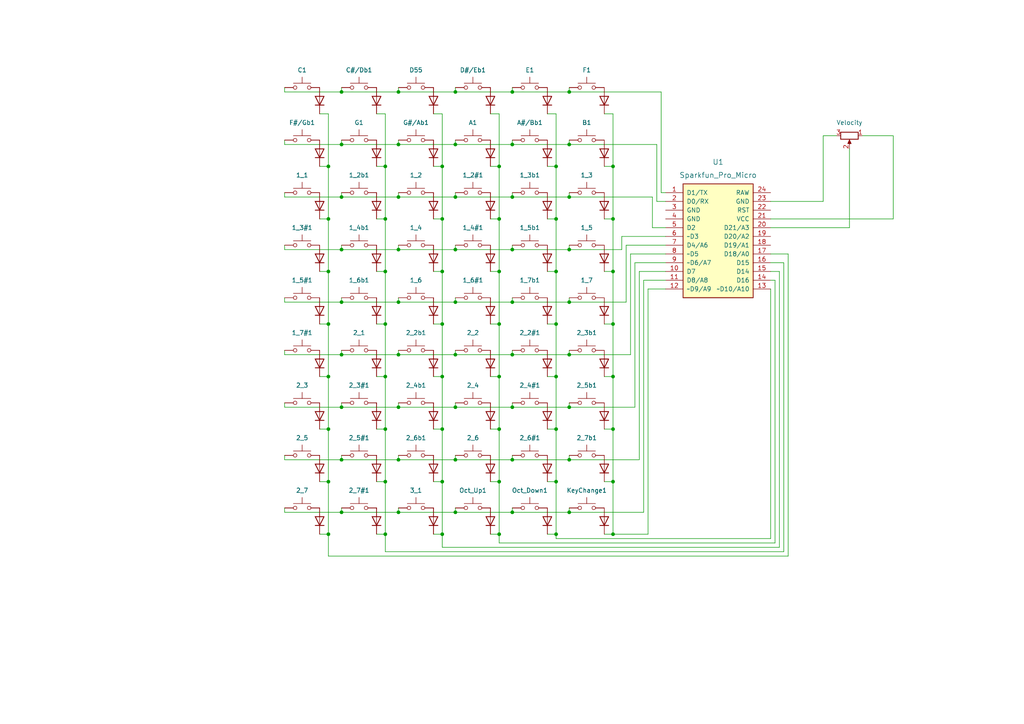
<source format=kicad_sch>
(kicad_sch (version 20211123) (generator eeschema)
  (paper "A4")
  (title_block (title "MIDI_Keyboard"))
  (lib_symbols
    (symbol "Arduino:Sparkfun_Pro_Micro" (pin_names (offset 1.016))
      (property "Reference" "U" (at -8.89 21.59 0))
      (property "Value" "Sparkfun_Pro_Micro" (at 0 19.05 0))
      (symbol "Sparkfun_Pro_Micro_0_1"
        (rectangle (start -10.16 17.78) (end 10.16 -15.24) (stroke (width 0.254)) (fill (type background)))
      )
      (symbol "Sparkfun_Pro_Micro_1_1"
        (pin bidirectional line (at -15.24 15.24 0) (length 5.08) (name "D1/TX") (number "1"))
        (pin bidirectional line (at -15.24 -7.62 0) (length 5.08) (name "D7") (number "10"))
        (pin bidirectional line (at -15.24 -10.16 0) (length 5.08) (name "D8/A8") (number "11"))
        (pin bidirectional line (at -15.24 -12.7 0) (length 5.08) (name "~D9/A9") (number "12"))
        (pin bidirectional line (at 15.24 -12.7 180) (length 5.08) (name "~D10/A10") (number "13"))
        (pin bidirectional line (at 15.24 -10.16 180) (length 5.08) (name "D16") (number "14"))
        (pin bidirectional line (at 15.24 -7.62 180) (length 5.08) (name "D14") (number "15"))
        (pin bidirectional line (at 15.24 -5.08 180) (length 5.08) (name "D15") (number "16"))
        (pin bidirectional line (at 15.24 -2.54 180) (length 5.08) (name "D18/A0") (number "17"))
        (pin bidirectional line (at 15.24 0 180) (length 5.08) (name "D19/A1") (number "18"))
        (pin bidirectional line (at 15.24 2.54 180) (length 5.08) (name "D20/A2") (number "19"))
        (pin bidirectional line (at -15.24 12.7 0) (length 5.08) (name "D0/RX") (number "2"))
        (pin bidirectional line (at 15.24 5.08 180) (length 5.08) (name "D21/A3") (number "20"))
        (pin power_in line (at 15.24 7.62 180) (length 5.08) (name "VCC") (number "21"))
        (pin input line (at 15.24 10.16 180) (length 5.08) (name "RST") (number "22"))
        (pin power_in line (at 15.24 12.7 180) (length 5.08) (name "GND") (number "23"))
        (pin power_in line (at 15.24 15.24 180) (length 5.08) (name "RAW") (number "24"))
        (pin power_in line (at -15.24 10.16 0) (length 5.08) (name "GND") (number "3"))
        (pin power_in line (at -15.24 7.62 0) (length 5.08) (name "GND") (number "4"))
        (pin bidirectional line (at -15.24 5.08 0) (length 5.08) (name "D2") (number "5"))
        (pin bidirectional line (at -15.24 2.54 0) (length 5.08) (name "~D3") (number "6"))
        (pin bidirectional line (at -15.24 0 0) (length 5.08) (name "D4/A6") (number "7"))
        (pin bidirectional line (at -15.24 -2.54 0) (length 5.08) (name "~D5") (number "8"))
        (pin bidirectional line (at -15.24 -5.08 0) (length 5.08) (name "~D6/A7") (number "9"))
      )
    )
    (symbol "Device:R_Potentiometer" (pin_names (offset 1.016) hide)
      (property "Reference" "RV" (at -4.445 0 90))
      (property "Value" "R_Potentiometer" (at -2.54 0 90))
      (symbol "R_Potentiometer_0_1"
        (polyline (pts (xy 2.54 0) (xy 1.524 0)))
        (polyline (pts (xy 1.143 0) (xy 2.286 0.508) (xy 2.286 -0.508) (xy 1.143 0)) (fill (type outline)))
        (rectangle (start 1.016 2.54) (end -1.016 -2.54) (stroke (width 0.254)))
      )
      (symbol "R_Potentiometer_1_1"
        (pin passive line (at 0 3.81 270) (length 1.27) (name "1") (number "1"))
        (pin passive line (at 3.81 0 180) (length 1.27) (name "2") (number "2"))
        (pin passive line (at 0 -3.81 90) (length 1.27) (name "3") (number "3"))
      )
    )
    (symbol "Diode:1N4148" (pin_numbers hide) (pin_names hide)
      (property "Reference" "D" (at 0 2.54 0))
      (property "Value" "1N4148" (at 0 -2.54 0))
      (symbol "1N4148_0_1"
        (polyline (pts (xy -1.27 1.27) (xy -1.27 -1.27)) (stroke (width 0.254)))
        (polyline (pts (xy 1.27 0) (xy -1.27 0)))
        (polyline (pts (xy 1.27 1.27) (xy 1.27 -1.27) (xy -1.27 0) (xy 1.27 1.27)) (stroke (width 0.254)))
      )
      (symbol "1N4148_1_1"
        (pin passive line (at -3.81 0 0) (length 2.54) (name "K") (number "1"))
        (pin passive line (at 3.81 0 180) (length 2.54) (name "A") (number "2"))
      )
    )
    (symbol "Switch:SW_Push" (pin_numbers hide) (pin_names (offset 1.016) hide)
      (property "Reference" "SW" (at 1.27 2.54 0))
      (property "Value" "SW_Push" (at 0 -1.524 0))
      (symbol "SW_Push_0_1"
        (circle (center -2.032 0) (radius 0.508))
        (polyline (pts (xy 0 1.27) (xy 0 3.048)))
        (polyline (pts (xy 2.54 1.27) (xy -2.54 1.27)))
        (circle (center 2.032 0) (radius 0.508))
        (pin passive line (at -5.08 0 0) (length 2.54) (name "1") (number "1"))
        (pin passive line (at 5.08 0 180) (length 2.54) (name "2") (number "2"))
      )
    )
  )
  (junction (at 177.8 139.7))
  (junction (at 111.76 124.46))
  (junction (at 161.29 78.74))
  (junction (at 115.57 133.35))
  (junction (at 128.27 109.22))
  (junction (at 128.27 124.46))
  (junction (at 115.57 57.15))
  (junction (at 161.29 93.98))
  (junction (at 95.25 78.74))
  (junction (at 165.1 26.67))
  (junction (at 115.57 41.91))
  (junction (at 99.06 102.87))
  (junction (at 144.78 48.26))
  (junction (at 132.08 133.35))
  (junction (at 177.8 78.74))
  (junction (at 111.76 48.26))
  (junction (at 148.59 26.67))
  (junction (at 128.27 154.94))
  (junction (at 95.25 154.94))
  (junction (at 111.76 93.98))
  (junction (at 99.06 148.59))
  (junction (at 165.1 118.11))
  (junction (at 111.76 154.94))
  (junction (at 115.57 26.67))
  (junction (at 115.57 118.11))
  (junction (at 161.29 139.7))
  (junction (at 177.8 124.46))
  (junction (at 165.1 87.63))
  (junction (at 177.8 48.26))
  (junction (at 165.1 133.35))
  (junction (at 161.29 154.94))
  (junction (at 128.27 48.26))
  (junction (at 95.25 109.22))
  (junction (at 148.59 102.87))
  (junction (at 99.06 118.11))
  (junction (at 132.08 148.59))
  (junction (at 115.57 72.39))
  (junction (at 95.25 139.7))
  (junction (at 148.59 148.59))
  (junction (at 132.08 118.11))
  (junction (at 128.27 63.5))
  (junction (at 95.25 93.98))
  (junction (at 161.29 48.26))
  (junction (at 177.8 154.94))
  (junction (at 95.25 124.46))
  (junction (at 99.06 41.91))
  (junction (at 111.76 78.74))
  (junction (at 99.06 133.35))
  (junction (at 161.29 124.46))
  (junction (at 99.06 26.67))
  (junction (at 177.8 93.98))
  (junction (at 148.59 87.63))
  (junction (at 99.06 57.15))
  (junction (at 144.78 124.46))
  (junction (at 165.1 72.39))
  (junction (at 165.1 41.91))
  (junction (at 161.29 109.22))
  (junction (at 111.76 63.5))
  (junction (at 144.78 109.22))
  (junction (at 144.78 154.94))
  (junction (at 144.78 139.7))
  (junction (at 111.76 139.7))
  (junction (at 128.27 78.74))
  (junction (at 161.29 63.5))
  (junction (at 99.06 72.39))
  (junction (at 144.78 93.98))
  (junction (at 148.59 41.91))
  (junction (at 132.08 41.91))
  (junction (at 95.25 63.5))
  (junction (at 148.59 72.39))
  (junction (at 132.08 87.63))
  (junction (at 148.59 57.15))
  (junction (at 148.59 133.35))
  (junction (at 115.57 148.59))
  (junction (at 177.8 109.22))
  (junction (at 99.06 87.63))
  (junction (at 132.08 26.67))
  (junction (at 148.59 118.11))
  (junction (at 144.78 78.74))
  (junction (at 132.08 72.39))
  (junction (at 165.1 102.87))
  (junction (at 165.1 148.59))
  (junction (at 132.08 57.15))
  (junction (at 165.1 57.15))
  (junction (at 95.25 48.26))
  (junction (at 128.27 139.7))
  (junction (at 177.8 63.5))
  (junction (at 111.76 109.22))
  (junction (at 132.08 102.87))
  (junction (at 115.57 102.87))
  (junction (at 115.57 87.63))
  (junction (at 144.78 63.5))
  (junction (at 128.27 93.98))
  (wire (pts (xy 161.29 63.5) (xy 161.29 48.26)))
  (wire (pts (xy 144.78 124.46) (xy 144.78 109.22)))
  (wire (pts (xy 92.71 139.7) (xy 95.25 139.7)))
  (wire (pts (xy 99.06 57.15) (xy 99.06 55.88)))
  (wire (pts (xy 180.34 68.58) (xy 180.34 72.39)))
  (wire (pts (xy 111.76 160.02) (xy 111.76 154.94)))
  (wire (pts (xy 128.27 158.75) (xy 128.27 154.94)))
  (wire (pts (xy 111.76 63.5) (xy 111.76 48.26)))
  (wire (pts (xy 99.06 102.87) (xy 99.06 101.6)))
  (wire (pts (xy 111.76 154.94) (xy 111.76 139.7)))
  (wire (pts (xy 177.8 93.98) (xy 177.8 78.74)))
  (wire (pts (xy 82.55 57.15) (xy 99.06 57.15)))
  (wire (pts (xy 186.69 81.28) (xy 186.69 148.59)))
  (wire (pts (xy 132.08 148.59) (xy 148.59 148.59)))
  (wire (pts (xy 148.59 57.15) (xy 132.08 57.15)))
  (wire (pts (xy 109.22 154.94) (xy 111.76 154.94)))
  (wire (pts (xy 144.78 63.5) (xy 144.78 48.26)))
  (wire (pts (xy 111.76 33.02) (xy 111.76 48.26)))
  (wire (pts (xy 128.27 78.74) (xy 128.27 63.5)))
  (wire (pts (xy 144.78 33.02) (xy 142.24 33.02)))
  (wire (pts (xy 132.08 55.88) (xy 132.08 57.15)))
  (wire (pts (xy 224.79 81.28) (xy 224.79 157.48)))
  (wire (pts (xy 165.1 87.63) (xy 181.61 87.63)))
  (wire (pts (xy 142.24 124.46) (xy 144.78 124.46)))
  (wire (pts (xy 125.73 139.7) (xy 128.27 139.7)))
  (wire (pts (xy 95.25 48.26) (xy 95.25 63.5)))
  (wire (pts (xy 148.59 102.87) (xy 165.1 102.87)))
  (wire (pts (xy 148.59 133.35) (xy 132.08 133.35)))
  (wire (pts (xy 177.8 63.5) (xy 177.8 48.26)))
  (wire (pts (xy 161.29 109.22) (xy 161.29 93.98)))
  (wire (pts (xy 175.26 139.7) (xy 177.8 139.7)))
  (wire (pts (xy 177.8 48.26) (xy 177.8 33.02)))
  (wire (pts (xy 128.27 33.02) (xy 128.27 48.26)))
  (wire (pts (xy 115.57 55.88) (xy 115.57 57.15)))
  (wire (pts (xy 109.22 33.02) (xy 111.76 33.02)))
  (wire (pts (xy 99.06 87.63) (xy 99.06 86.36)))
  (wire (pts (xy 92.71 78.74) (xy 95.25 78.74)))
  (wire (pts (xy 125.73 109.22) (xy 128.27 109.22)))
  (wire (pts (xy 115.57 87.63) (xy 99.06 87.63)))
  (wire (pts (xy 246.38 43.18) (xy 246.38 66.04)))
  (wire (pts (xy 181.61 71.12) (xy 181.61 87.63)))
  (wire (pts (xy 128.27 139.7) (xy 128.27 124.46)))
  (wire (pts (xy 158.75 93.98) (xy 161.29 93.98)))
  (wire (pts (xy 82.55 25.4) (xy 82.55 26.67)))
  (wire (pts (xy 148.59 55.88) (xy 148.59 57.15)))
  (wire (pts (xy 238.76 58.42) (xy 223.52 58.42)))
  (wire (pts (xy 144.78 109.22) (xy 144.78 93.98)))
  (wire (pts (xy 125.73 33.02) (xy 128.27 33.02)))
  (wire (pts (xy 132.08 132.08) (xy 132.08 133.35)))
  (wire (pts (xy 115.57 25.4) (xy 115.57 26.67)))
  (wire (pts (xy 82.55 101.6) (xy 82.55 102.87)))
  (wire (pts (xy 161.29 139.7) (xy 161.29 124.46)))
  (wire (pts (xy 175.26 33.02) (xy 177.8 33.02)))
  (wire (pts (xy 109.22 139.7) (xy 111.76 139.7)))
  (wire (pts (xy 99.06 133.35) (xy 99.06 132.08)))
  (wire (pts (xy 95.25 33.02) (xy 95.25 48.26)))
  (wire (pts (xy 184.15 76.2) (xy 184.15 118.11)))
  (wire (pts (xy 115.57 41.91) (xy 99.06 41.91)))
  (wire (pts (xy 111.76 109.22) (xy 111.76 93.98)))
  (wire (pts (xy 193.04 68.58) (xy 180.34 68.58)))
  (wire (pts (xy 187.96 154.94) (xy 177.8 154.94)))
  (wire (pts (xy 99.06 118.11) (xy 99.06 116.84)))
  (wire (pts (xy 223.52 63.5) (xy 259.08 63.5)))
  (wire (pts (xy 238.76 39.37) (xy 238.76 58.42)))
  (wire (pts (xy 115.57 132.08) (xy 115.57 133.35)))
  (wire (pts (xy 191.77 55.88) (xy 191.77 26.67)))
  (wire (pts (xy 82.55 132.08) (xy 82.55 133.35)))
  (wire (pts (xy 82.55 41.91) (xy 99.06 41.91)))
  (wire (pts (xy 92.71 33.02) (xy 95.25 33.02)))
  (wire (pts (xy 111.76 78.74) (xy 111.76 63.5)))
  (wire (pts (xy 95.25 63.5) (xy 95.25 78.74)))
  (wire (pts (xy 109.22 109.22) (xy 111.76 109.22)))
  (wire (pts (xy 132.08 116.84) (xy 132.08 118.11)))
  (wire (pts (xy 109.22 124.46) (xy 111.76 124.46)))
  (wire (pts (xy 115.57 118.11) (xy 99.06 118.11)))
  (wire (pts (xy 148.59 72.39) (xy 132.08 72.39)))
  (wire (pts (xy 191.77 26.67) (xy 165.1 26.67)))
  (wire (pts (xy 109.22 63.5) (xy 111.76 63.5)))
  (wire (pts (xy 132.08 101.6) (xy 132.08 102.87)))
  (wire (pts (xy 148.59 118.11) (xy 132.08 118.11)))
  (wire (pts (xy 227.33 76.2) (xy 227.33 160.02)))
  (wire (pts (xy 148.59 133.35) (xy 165.1 133.35)))
  (wire (pts (xy 82.55 72.39) (xy 99.06 72.39)))
  (wire (pts (xy 189.23 66.04) (xy 189.23 57.15)))
  (wire (pts (xy 115.57 71.12) (xy 115.57 72.39)))
  (wire (pts (xy 128.27 154.94) (xy 128.27 139.7)))
  (wire (pts (xy 109.22 93.98) (xy 111.76 93.98)))
  (wire (pts (xy 226.06 78.74) (xy 226.06 158.75)))
  (wire (pts (xy 111.76 124.46) (xy 111.76 109.22)))
  (wire (pts (xy 175.26 63.5) (xy 177.8 63.5)))
  (wire (pts (xy 165.1 147.32) (xy 165.1 148.59)))
  (wire (pts (xy 111.76 93.98) (xy 111.76 78.74)))
  (wire (pts (xy 165.1 41.91) (xy 190.5 41.91)))
  (wire (pts (xy 158.75 124.46) (xy 161.29 124.46)))
  (wire (pts (xy 224.79 157.48) (xy 144.78 157.48)))
  (wire (pts (xy 125.73 63.5) (xy 128.27 63.5)))
  (wire (pts (xy 132.08 102.87) (xy 115.57 102.87)))
  (wire (pts (xy 165.1 72.39) (xy 180.34 72.39)))
  (wire (pts (xy 242.57 39.37) (xy 238.76 39.37)))
  (wire (pts (xy 187.96 83.82) (xy 187.96 154.94)))
  (wire (pts (xy 132.08 133.35) (xy 115.57 133.35)))
  (wire (pts (xy 115.57 102.87) (xy 99.06 102.87)))
  (wire (pts (xy 95.25 154.94) (xy 95.25 161.29)))
  (wire (pts (xy 223.52 76.2) (xy 227.33 76.2)))
  (wire (pts (xy 148.59 87.63) (xy 165.1 87.63)))
  (wire (pts (xy 177.8 154.94) (xy 177.8 139.7)))
  (wire (pts (xy 115.57 86.36) (xy 115.57 87.63)))
  (wire (pts (xy 246.38 66.04) (xy 223.52 66.04)))
  (wire (pts (xy 182.88 73.66) (xy 182.88 102.87)))
  (wire (pts (xy 142.24 154.94) (xy 144.78 154.94)))
  (wire (pts (xy 92.71 93.98) (xy 95.25 93.98)))
  (wire (pts (xy 148.59 71.12) (xy 148.59 72.39)))
  (wire (pts (xy 177.8 124.46) (xy 177.8 109.22)))
  (wire (pts (xy 82.55 116.84) (xy 82.55 118.11)))
  (wire (pts (xy 132.08 147.32) (xy 132.08 148.59)))
  (wire (pts (xy 165.1 101.6) (xy 165.1 102.87)))
  (wire (pts (xy 144.78 139.7) (xy 144.78 124.46)))
  (wire (pts (xy 82.55 118.11) (xy 99.06 118.11)))
  (wire (pts (xy 165.1 116.84) (xy 165.1 118.11)))
  (wire (pts (xy 99.06 72.39) (xy 99.06 71.12)))
  (wire (pts (xy 128.27 93.98) (xy 128.27 78.74)))
  (wire (pts (xy 142.24 48.26) (xy 144.78 48.26)))
  (wire (pts (xy 148.59 41.91) (xy 165.1 41.91)))
  (wire (pts (xy 193.04 78.74) (xy 185.42 78.74)))
  (wire (pts (xy 148.59 102.87) (xy 132.08 102.87)))
  (wire (pts (xy 92.71 63.5) (xy 95.25 63.5)))
  (wire (pts (xy 165.1 71.12) (xy 165.1 72.39)))
  (wire (pts (xy 223.52 81.28) (xy 224.79 81.28)))
  (wire (pts (xy 175.26 109.22) (xy 177.8 109.22)))
  (wire (pts (xy 228.6 161.29) (xy 95.25 161.29)))
  (wire (pts (xy 148.59 148.59) (xy 165.1 148.59)))
  (wire (pts (xy 165.1 118.11) (xy 184.15 118.11)))
  (wire (pts (xy 132.08 118.11) (xy 115.57 118.11)))
  (wire (pts (xy 82.55 87.63) (xy 99.06 87.63)))
  (wire (pts (xy 193.04 58.42) (xy 190.5 58.42)))
  (wire (pts (xy 132.08 41.91) (xy 115.57 41.91)))
  (wire (pts (xy 158.75 48.26) (xy 161.29 48.26)))
  (wire (pts (xy 223.52 73.66) (xy 228.6 73.66)))
  (wire (pts (xy 92.71 109.22) (xy 95.25 109.22)))
  (wire (pts (xy 128.27 63.5) (xy 128.27 48.26)))
  (wire (pts (xy 132.08 148.59) (xy 115.57 148.59)))
  (wire (pts (xy 158.75 154.94) (xy 161.29 154.94)))
  (wire (pts (xy 82.55 102.87) (xy 99.06 102.87)))
  (wire (pts (xy 175.26 93.98) (xy 177.8 93.98)))
  (wire (pts (xy 115.57 26.67) (xy 99.06 26.67)))
  (wire (pts (xy 125.73 93.98) (xy 128.27 93.98)))
  (wire (pts (xy 175.26 78.74) (xy 177.8 78.74)))
  (wire (pts (xy 177.8 78.74) (xy 177.8 63.5)))
  (wire (pts (xy 259.08 63.5) (xy 259.08 39.37)))
  (wire (pts (xy 132.08 86.36) (xy 132.08 87.63)))
  (wire (pts (xy 82.55 55.88) (xy 82.55 57.15)))
  (wire (pts (xy 223.52 78.74) (xy 226.06 78.74)))
  (wire (pts (xy 115.57 133.35) (xy 99.06 133.35)))
  (wire (pts (xy 175.26 124.46) (xy 177.8 124.46)))
  (wire (pts (xy 128.27 109.22) (xy 128.27 93.98)))
  (wire (pts (xy 92.71 48.26) (xy 95.25 48.26)))
  (wire (pts (xy 193.04 73.66) (xy 182.88 73.66)))
  (wire (pts (xy 109.22 78.74) (xy 111.76 78.74)))
  (wire (pts (xy 175.26 48.26) (xy 177.8 48.26)))
  (wire (pts (xy 125.73 78.74) (xy 128.27 78.74)))
  (wire (pts (xy 82.55 147.32) (xy 82.55 148.59)))
  (wire (pts (xy 82.55 40.64) (xy 82.55 41.91)))
  (wire (pts (xy 125.73 48.26) (xy 128.27 48.26)))
  (wire (pts (xy 158.75 63.5) (xy 161.29 63.5)))
  (wire (pts (xy 115.57 57.15) (xy 99.06 57.15)))
  (wire (pts (xy 132.08 72.39) (xy 115.57 72.39)))
  (wire (pts (xy 144.78 154.94) (xy 144.78 139.7)))
  (wire (pts (xy 148.59 25.4) (xy 148.59 26.67)))
  (wire (pts (xy 148.59 86.36) (xy 148.59 87.63)))
  (wire (pts (xy 148.59 118.11) (xy 165.1 118.11)))
  (wire (pts (xy 115.57 101.6) (xy 115.57 102.87)))
  (wire (pts (xy 161.29 124.46) (xy 161.29 109.22)))
  (wire (pts (xy 158.75 109.22) (xy 161.29 109.22)))
  (wire (pts (xy 148.59 26.67) (xy 132.08 26.67)))
  (wire (pts (xy 142.24 63.5) (xy 144.78 63.5)))
  (wire (pts (xy 177.8 109.22) (xy 177.8 93.98)))
  (wire (pts (xy 132.08 87.63) (xy 148.59 87.63)))
  (wire (pts (xy 165.1 55.88) (xy 165.1 57.15)))
  (wire (pts (xy 132.08 40.64) (xy 132.08 41.91)))
  (wire (pts (xy 223.52 156.21) (xy 161.29 156.21)))
  (wire (pts (xy 144.78 48.26) (xy 144.78 33.02)))
  (wire (pts (xy 144.78 157.48) (xy 144.78 154.94)))
  (wire (pts (xy 148.59 40.64) (xy 148.59 41.91)))
  (wire (pts (xy 250.19 39.37) (xy 259.08 39.37)))
  (wire (pts (xy 95.25 93.98) (xy 95.25 78.74)))
  (wire (pts (xy 165.1 25.4) (xy 165.1 26.67)))
  (wire (pts (xy 185.42 133.35) (xy 165.1 133.35)))
  (wire (pts (xy 175.26 154.94) (xy 177.8 154.94)))
  (wire (pts (xy 148.59 132.08) (xy 148.59 133.35)))
  (wire (pts (xy 132.08 57.15) (xy 115.57 57.15)))
  (wire (pts (xy 111.76 48.26) (xy 109.22 48.26)))
  (wire (pts (xy 148.59 57.15) (xy 165.1 57.15)))
  (wire (pts (xy 148.59 147.32) (xy 148.59 148.59)))
  (wire (pts (xy 82.55 133.35) (xy 99.06 133.35)))
  (wire (pts (xy 99.06 41.91) (xy 99.06 40.64)))
  (wire (pts (xy 144.78 93.98) (xy 144.78 78.74)))
  (wire (pts (xy 111.76 139.7) (xy 111.76 124.46)))
  (wire (pts (xy 190.5 58.42) (xy 190.5 41.91)))
  (wire (pts (xy 148.59 72.39) (xy 165.1 72.39)))
  (wire (pts (xy 115.57 148.59) (xy 99.06 148.59)))
  (wire (pts (xy 193.04 81.28) (xy 186.69 81.28)))
  (wire (pts (xy 99.06 26.67) (xy 99.06 25.4)))
  (wire (pts (xy 165.1 40.64) (xy 165.1 41.91)))
  (wire (pts (xy 92.71 124.46) (xy 95.25 124.46)))
  (wire (pts (xy 193.04 83.82) (xy 187.96 83.82)))
  (wire (pts (xy 185.42 78.74) (xy 185.42 133.35)))
  (wire (pts (xy 132.08 26.67) (xy 115.57 26.67)))
  (wire (pts (xy 132.08 25.4) (xy 132.08 26.67)))
  (wire (pts (xy 95.25 139.7) (xy 95.25 124.46)))
  (wire (pts (xy 158.75 139.7) (xy 161.29 139.7)))
  (wire (pts (xy 148.59 41.91) (xy 132.08 41.91)))
  (wire (pts (xy 115.57 147.32) (xy 115.57 148.59)))
  (wire (pts (xy 193.04 66.04) (xy 189.23 66.04)))
  (wire (pts (xy 161.29 93.98) (xy 161.29 78.74)))
  (wire (pts (xy 177.8 139.7) (xy 177.8 124.46)))
  (wire (pts (xy 92.71 154.94) (xy 95.25 154.94)))
  (wire (pts (xy 82.55 148.59) (xy 99.06 148.59)))
  (wire (pts (xy 165.1 57.15) (xy 189.23 57.15)))
  (wire (pts (xy 223.52 83.82) (xy 223.52 156.21)))
  (wire (pts (xy 165.1 102.87) (xy 182.88 102.87)))
  (wire (pts (xy 132.08 71.12) (xy 132.08 72.39)))
  (wire (pts (xy 161.29 154.94) (xy 161.29 139.7)))
  (wire (pts (xy 165.1 148.59) (xy 186.69 148.59)))
  (wire (pts (xy 125.73 154.94) (xy 128.27 154.94)))
  (wire (pts (xy 165.1 86.36) (xy 165.1 87.63)))
  (wire (pts (xy 95.25 109.22) (xy 95.25 93.98)))
  (wire (pts (xy 161.29 78.74) (xy 161.29 63.5)))
  (wire (pts (xy 142.24 93.98) (xy 144.78 93.98)))
  (wire (pts (xy 125.73 124.46) (xy 128.27 124.46)))
  (wire (pts (xy 115.57 116.84) (xy 115.57 118.11)))
  (wire (pts (xy 115.57 87.63) (xy 132.08 87.63)))
  (wire (pts (xy 227.33 160.02) (xy 111.76 160.02)))
  (wire (pts (xy 142.24 139.7) (xy 144.78 139.7)))
  (wire (pts (xy 158.75 78.74) (xy 161.29 78.74)))
  (wire (pts (xy 226.06 158.75) (xy 128.27 158.75)))
  (wire (pts (xy 128.27 124.46) (xy 128.27 109.22)))
  (wire (pts (xy 228.6 73.66) (xy 228.6 161.29)))
  (wire (pts (xy 99.06 148.59) (xy 99.06 147.32)))
  (wire (pts (xy 95.25 124.46) (xy 95.25 109.22)))
  (wire (pts (xy 193.04 76.2) (xy 184.15 76.2)))
  (wire (pts (xy 148.59 26.67) (xy 165.1 26.67)))
  (wire (pts (xy 82.55 86.36) (xy 82.55 87.63)))
  (wire (pts (xy 193.04 55.88) (xy 191.77 55.88)))
  (wire (pts (xy 95.25 154.94) (xy 95.25 139.7)))
  (wire (pts (xy 161.29 48.26) (xy 161.29 33.02)))
  (wire (pts (xy 144.78 78.74) (xy 144.78 63.5)))
  (wire (pts (xy 193.04 71.12) (xy 181.61 71.12)))
  (wire (pts (xy 82.55 71.12) (xy 82.55 72.39)))
  (wire (pts (xy 142.24 78.74) (xy 144.78 78.74)))
  (wire (pts (xy 115.57 72.39) (xy 99.06 72.39)))
  (wire (pts (xy 148.59 101.6) (xy 148.59 102.87)))
  (wire (pts (xy 165.1 132.08) (xy 165.1 133.35)))
  (wire (pts (xy 161.29 33.02) (xy 158.75 33.02)))
  (wire (pts (xy 142.24 109.22) (xy 144.78 109.22)))
  (wire (pts (xy 148.59 116.84) (xy 148.59 118.11)))
  (wire (pts (xy 82.55 26.67) (xy 99.06 26.67)))
  (wire (pts (xy 115.57 40.64) (xy 115.57 41.91)))
  (wire (pts (xy 161.29 156.21) (xy 161.29 154.94)))
  (symbol (lib_id "Arduino:Sparkfun_Pro_Micro") (at 208.28 71.12 0) (unit 1)
    (property "Reference" "U1" (at 208.28 46.99 0) (effects (font (size 1.524 1.524))))
    (property "Value" "Sparkfun_Pro_Micro" (at 208.28 50.8 0) (effects (font (size 1.524 1.524))))
    (property "Footprint" "Arduino:Sparkfun_Pro_Micro" (effects hide))
  )
  (symbol (lib_id "Diode:1N4148") (at 109.22 105.41 90) (unit 1)
    (property "Reference" "D15" (effects hide))
    (property "Value" "1N4148" (effects hide))
    (property "Footprint" "Diode_THT:D_DO-35_SOD27_P7.62mm_Horizontal" (effects hide))
    (property "Datasheet" "https://assets.nexperia.com/documents/data-sheet/1N4148_1N4448.pdf" (effects hide))
  )
  (symbol (lib_id "Switch:SW_Push") (at 170.18 101.6 0) (unit 1)
    (property "Reference" "2_3b1" (at 170.18 96.52 0))
    (property "Value" "SW_Push" (effects hide))
    (property "Footprint" "Button_Switch_Keyboard:SW_Cherry_MX_1.00u_Plate" (effects hide))
  )
  (symbol (lib_id "Switch:SW_Push") (at 104.14 25.4 0) (unit 1)
    (property "Reference" "C#/Db1" (at 104.14 20.32 0))
    (property "Value" "SW_Push" (effects hide))
    (property "Footprint" "Button_Switch_Keyboard:SW_Cherry_MX_1.00u_Plate" (effects hide))
  )
  (symbol (lib_id "Diode:1N4148") (at 175.26 105.41 90) (unit 1)
    (property "Reference" "D51" (effects hide))
    (property "Value" "1N4148" (effects hide))
    (property "Footprint" "Diode_THT:D_DO-35_SOD27_P7.62mm_Horizontal" (effects hide))
    (property "Datasheet" "https://assets.nexperia.com/documents/data-sheet/1N4148_1N4448.pdf" (effects hide))
  )
  (symbol (lib_id "Switch:SW_Push") (at 170.18 86.36 0) (unit 1)
    (property "Reference" "1_7" (at 170.18 81.28 0))
    (property "Value" "SW_Push" (effects hide))
    (property "Footprint" "Button_Switch_Keyboard:SW_Cherry_MX_1.00u_Plate" (effects hide))
  )
  (symbol (lib_id "Diode:1N4148") (at 158.75 44.45 90) (unit 1)
    (property "Reference" "D38" (effects hide))
    (property "Value" "1N4148" (effects hide))
    (property "Footprint" "Diode_THT:D_DO-35_SOD27_P7.62mm_Horizontal" (effects hide))
    (property "Datasheet" "https://assets.nexperia.com/documents/data-sheet/1N4148_1N4448.pdf" (effects hide))
  )
  (symbol (lib_id "Switch:SW_Push") (at 170.18 147.32 0) (unit 1)
    (property "Reference" "KeyChange1" (at 170.18 142.24 0))
    (property "Value" "SW_Push" (effects hide))
    (property "Footprint" "Button_Switch_Keyboard:SW_Cherry_MX_1.00u_Plate" (effects hide))
  )
  (symbol (lib_id "Diode:1N4148") (at 175.26 135.89 90) (unit 1)
    (property "Reference" "D53" (effects hide))
    (property "Value" "1N4148" (effects hide))
    (property "Footprint" "Diode_THT:D_DO-35_SOD27_P7.62mm_Horizontal" (effects hide))
    (property "Datasheet" "https://assets.nexperia.com/documents/data-sheet/1N4148_1N4448.pdf" (effects hide))
  )
  (symbol (lib_id "Switch:SW_Push") (at 104.14 101.6 0) (unit 1)
    (property "Reference" "2_1" (at 104.14 96.52 0))
    (property "Value" "SW_Push" (effects hide))
    (property "Footprint" "Button_Switch_Keyboard:SW_Cherry_MX_1.00u_Plate" (effects hide))
  )
  (symbol (lib_id "Switch:SW_Push") (at 87.63 116.84 0) (unit 1)
    (property "Reference" "2_3" (at 87.63 111.76 0))
    (property "Value" "SW_Push" (effects hide))
    (property "Footprint" "Button_Switch_Keyboard:SW_Cherry_MX_1.00u_Plate" (effects hide))
  )
  (symbol (lib_id "Diode:1N4148") (at 158.75 120.65 90) (unit 1)
    (property "Reference" "D43" (effects hide))
    (property "Value" "1N4148" (effects hide))
    (property "Footprint" "Diode_THT:D_DO-35_SOD27_P7.62mm_Horizontal" (effects hide))
    (property "Datasheet" "https://assets.nexperia.com/documents/data-sheet/1N4148_1N4448.pdf" (effects hide))
  )
  (symbol (lib_id "Switch:SW_Push") (at 120.65 71.12 0) (unit 1)
    (property "Reference" "1_4" (at 120.65 66.04 0))
    (property "Value" "SW_Push" (effects hide))
    (property "Footprint" "Button_Switch_Keyboard:SW_Cherry_MX_1.00u_Plate" (effects hide))
  )
  (symbol (lib_id "Switch:SW_Push") (at 120.65 132.08 0) (unit 1)
    (property "Reference" "2_6b1" (at 120.65 127 0))
    (property "Value" "SW_Push" (effects hide))
    (property "Footprint" "Button_Switch_Keyboard:SW_Cherry_MX_1.00u_Plate" (effects hide))
  )
  (symbol (lib_id "Switch:SW_Push") (at 87.63 132.08 0) (unit 1)
    (property "Reference" "2_5" (at 87.63 127 0))
    (property "Value" "SW_Push" (effects hide))
    (property "Footprint" "Button_Switch_Keyboard:SW_Cherry_MX_1.00u_Plate" (effects hide))
  )
  (symbol (lib_id "Diode:1N4148") (at 125.73 90.17 90) (unit 1)
    (property "Reference" "D23" (effects hide))
    (property "Value" "1N4148" (effects hide))
    (property "Footprint" "Diode_THT:D_DO-35_SOD27_P7.62mm_Horizontal" (effects hide))
    (property "Datasheet" "https://assets.nexperia.com/documents/data-sheet/1N4148_1N4448.pdf" (effects hide))
  )
  (symbol (lib_id "Switch:SW_Push") (at 170.18 55.88 0) (unit 1)
    (property "Reference" "1_3" (at 170.18 50.8 0))
    (property "Value" "SW_Push" (effects hide))
    (property "Footprint" "Button_Switch_Keyboard:SW_Cherry_MX_1.00u_Plate" (effects hide))
  )
  (symbol (lib_id "Switch:SW_Push") (at 87.63 147.32 0) (unit 1)
    (property "Reference" "2_7" (at 87.63 142.24 0))
    (property "Value" "SW_Push" (effects hide))
    (property "Footprint" "Button_Switch_Keyboard:SW_Cherry_MX_1.00u_Plate" (effects hide))
  )
  (symbol (lib_id "Switch:SW_Push") (at 87.63 25.4 0) (unit 1)
    (property "Reference" "C1" (at 87.63 20.32 0))
    (property "Value" "SW_Push" (effects hide))
    (property "Footprint" "Button_Switch_Keyboard:SW_Cherry_MX_1.00u_Plate" (effects hide))
  )
  (symbol (lib_id "Diode:1N4148") (at 175.26 120.65 90) (unit 1)
    (property "Reference" "D52" (effects hide))
    (property "Value" "1N4148" (effects hide))
    (property "Footprint" "Diode_THT:D_DO-35_SOD27_P7.62mm_Horizontal" (effects hide))
    (property "Datasheet" "https://assets.nexperia.com/documents/data-sheet/1N4148_1N4448.pdf" (effects hide))
  )
  (symbol (lib_id "Diode:1N4148") (at 92.71 59.69 90) (unit 1)
    (property "Reference" "D3" (effects hide))
    (property "Value" "1N4148" (effects hide))
    (property "Footprint" "Diode_THT:D_DO-35_SOD27_P7.62mm_Horizontal" (effects hide))
    (property "Datasheet" "https://assets.nexperia.com/documents/data-sheet/1N4148_1N4448.pdf" (effects hide))
  )
  (symbol (lib_id "Device:R_Potentiometer") (at 246.38 39.37 270) (unit 1) (on_board no)
    (property "Reference" "RV1" (effects hide))
    (property "Value" "Velocity" (at 246.38 35.56 90))
  )
  (symbol (lib_id "Switch:SW_Push") (at 120.65 25.4 0) (unit 1)
    (property "Reference" "D55" (at 120.65 20.32 0))
    (property "Value" "SW_Push" (effects hide))
    (property "Footprint" "Button_Switch_Keyboard:SW_Cherry_MX_1.00u_Plate" (effects hide))
  )
  (symbol (lib_id "Switch:SW_Push") (at 137.16 147.32 0) (unit 1)
    (property "Reference" "Oct_Up1" (at 137.16 142.24 0))
    (property "Value" "SW_Push" (effects hide))
    (property "Footprint" "Button_Switch_Keyboard:SW_Cherry_MX_1.00u_Plate" (effects hide))
  )
  (symbol (lib_id "Switch:SW_Push") (at 120.65 55.88 0) (unit 1)
    (property "Reference" "1_2" (at 120.65 50.8 0))
    (property "Value" "SW_Push" (effects hide))
    (property "Footprint" "Button_Switch_Keyboard:SW_Cherry_MX_1.00u_Plate" (effects hide))
  )
  (symbol (lib_id "Diode:1N4148") (at 158.75 29.21 90) (unit 1)
    (property "Reference" "D37" (effects hide))
    (property "Value" "1N4148" (effects hide))
    (property "Footprint" "Diode_THT:D_DO-35_SOD27_P7.62mm_Horizontal" (effects hide))
    (property "Datasheet" "https://assets.nexperia.com/documents/data-sheet/1N4148_1N4448.pdf" (effects hide))
  )
  (symbol (lib_id "Diode:1N4148") (at 92.71 44.45 90) (unit 1)
    (property "Reference" "D2" (effects hide))
    (property "Value" "1N4148" (effects hide))
    (property "Footprint" "Diode_THT:D_DO-35_SOD27_P7.62mm_Horizontal" (effects hide))
    (property "Datasheet" "https://assets.nexperia.com/documents/data-sheet/1N4148_1N4448.pdf" (effects hide))
  )
  (symbol (lib_id "Switch:SW_Push") (at 137.16 40.64 0) (unit 1)
    (property "Reference" "A1" (at 137.16 35.56 0))
    (property "Value" "SW_Push" (effects hide))
    (property "Footprint" "Button_Switch_Keyboard:SW_Cherry_MX_1.00u_Plate" (effects hide))
  )
  (symbol (lib_id "Switch:SW_Push") (at 153.67 71.12 0) (unit 1)
    (property "Reference" "1_5b1" (at 153.67 66.04 0))
    (property "Value" "SW_Push" (effects hide))
    (property "Footprint" "Button_Switch_Keyboard:SW_Cherry_MX_1.00u_Plate" (effects hide))
  )
  (symbol (lib_id "Diode:1N4148") (at 92.71 105.41 90) (unit 1)
    (property "Reference" "D6" (effects hide))
    (property "Value" "1N4148" (effects hide))
    (property "Footprint" "Diode_THT:D_DO-35_SOD27_P7.62mm_Horizontal" (effects hide))
    (property "Datasheet" "https://assets.nexperia.com/documents/data-sheet/1N4148_1N4448.pdf" (effects hide))
  )
  (symbol (lib_id "Switch:SW_Push") (at 137.16 101.6 0) (unit 1)
    (property "Reference" "2_2" (at 137.16 96.52 0))
    (property "Value" "SW_Push" (effects hide))
    (property "Footprint" "Button_Switch_Keyboard:SW_Cherry_MX_1.00u_Plate" (effects hide))
  )
  (symbol (lib_id "Diode:1N4148") (at 109.22 135.89 90) (unit 1)
    (property "Reference" "D17" (effects hide))
    (property "Value" "1N4148" (effects hide))
    (property "Footprint" "Diode_THT:D_DO-35_SOD27_P7.62mm_Horizontal" (effects hide))
    (property "Datasheet" "https://assets.nexperia.com/documents/data-sheet/1N4148_1N4448.pdf" (effects hide))
  )
  (symbol (lib_id "Diode:1N4148") (at 142.24 120.65 90) (unit 1)
    (property "Reference" "D34" (effects hide))
    (property "Value" "1N4148" (effects hide))
    (property "Footprint" "Diode_THT:D_DO-35_SOD27_P7.62mm_Horizontal" (effects hide))
    (property "Datasheet" "https://assets.nexperia.com/documents/data-sheet/1N4148_1N4448.pdf" (effects hide))
  )
  (symbol (lib_id "Switch:SW_Push") (at 153.67 55.88 0) (unit 1)
    (property "Reference" "1_3b1" (at 153.67 50.8 0))
    (property "Value" "SW_Push" (effects hide))
    (property "Footprint" "Button_Switch_Keyboard:SW_Cherry_MX_1.00u_Plate" (effects hide))
  )
  (symbol (lib_id "Diode:1N4148") (at 125.73 120.65 90) (unit 1)
    (property "Reference" "D25" (effects hide))
    (property "Value" "1N4148" (effects hide))
    (property "Footprint" "Diode_THT:D_DO-35_SOD27_P7.62mm_Horizontal" (effects hide))
    (property "Datasheet" "https://assets.nexperia.com/documents/data-sheet/1N4148_1N4448.pdf" (effects hide))
  )
  (symbol (lib_id "Diode:1N4148") (at 175.26 44.45 90) (unit 1)
    (property "Reference" "D47" (effects hide))
    (property "Value" "1N4148" (effects hide))
    (property "Footprint" "Diode_THT:D_DO-35_SOD27_P7.62mm_Horizontal" (effects hide))
    (property "Datasheet" "https://assets.nexperia.com/documents/data-sheet/1N4148_1N4448.pdf" (effects hide))
  )
  (symbol (lib_id "Switch:SW_Push") (at 170.18 132.08 0) (unit 1)
    (property "Reference" "2_7b1" (at 170.18 127 0))
    (property "Value" "SW_Push" (effects hide))
    (property "Footprint" "Button_Switch_Keyboard:SW_Cherry_MX_1.00u_Plate" (effects hide))
  )
  (symbol (lib_id "Switch:SW_Push") (at 153.67 40.64 0) (unit 1)
    (property "Reference" "A#/Bb1" (at 153.67 35.56 0))
    (property "Value" "SW_Push" (effects hide))
    (property "Footprint" "Button_Switch_Keyboard:SW_Cherry_MX_1.00u_Plate" (effects hide))
  )
  (symbol (lib_id "Diode:1N4148") (at 175.26 29.21 90) (unit 1)
    (property "Reference" "D46" (effects hide))
    (property "Value" "1N4148" (effects hide))
    (property "Footprint" "Diode_THT:D_DO-35_SOD27_P7.62mm_Horizontal" (effects hide))
    (property "Datasheet" "https://assets.nexperia.com/documents/data-sheet/1N4148_1N4448.pdf" (effects hide))
  )
  (symbol (lib_id "Switch:SW_Push") (at 104.14 132.08 0) (unit 1)
    (property "Reference" "2_5#1" (at 104.14 127 0))
    (property "Value" "SW_Push" (effects hide))
    (property "Footprint" "Button_Switch_Keyboard:SW_Cherry_MX_1.00u_Plate" (effects hide))
  )
  (symbol (lib_id "Switch:SW_Push") (at 104.14 71.12 0) (unit 1)
    (property "Reference" "1_4b1" (at 104.14 66.04 0))
    (property "Value" "SW_Push" (effects hide))
    (property "Footprint" "Button_Switch_Keyboard:SW_Cherry_MX_1.00u_Plate" (effects hide))
  )
  (symbol (lib_id "Switch:SW_Push") (at 170.18 40.64 0) (unit 1)
    (property "Reference" "B1" (at 170.18 35.56 0))
    (property "Value" "SW_Push" (effects hide))
    (property "Footprint" "Button_Switch_Keyboard:SW_Cherry_MX_1.00u_Plate" (effects hide))
  )
  (symbol (lib_id "Diode:1N4148") (at 158.75 151.13 90) (unit 1)
    (property "Reference" "D45" (effects hide))
    (property "Value" "1N4148" (effects hide))
    (property "Footprint" "Diode_THT:D_DO-35_SOD27_P7.62mm_Horizontal" (effects hide))
    (property "Datasheet" "https://assets.nexperia.com/documents/data-sheet/1N4148_1N4448.pdf" (effects hide))
  )
  (symbol (lib_id "Switch:SW_Push") (at 120.65 86.36 0) (unit 1)
    (property "Reference" "1_6" (at 120.65 81.28 0))
    (property "Value" "SW_Push" (effects hide))
    (property "Footprint" "Button_Switch_Keyboard:SW_Cherry_MX_1.00u_Plate" (effects hide))
  )
  (symbol (lib_id "Diode:1N4148") (at 109.22 29.21 90) (unit 1)
    (property "Reference" "D10" (effects hide))
    (property "Value" "1N4148" (effects hide))
    (property "Footprint" "Diode_THT:D_DO-35_SOD27_P7.62mm_Horizontal" (effects hide))
    (property "Datasheet" "https://assets.nexperia.com/documents/data-sheet/1N4148_1N4448.pdf" (effects hide))
  )
  (symbol (lib_id "Switch:SW_Push") (at 153.67 132.08 0) (unit 1)
    (property "Reference" "2_6#1" (at 153.67 127 0))
    (property "Value" "SW_Push" (effects hide))
    (property "Footprint" "Button_Switch_Keyboard:SW_Cherry_MX_1.00u_Plate" (effects hide))
  )
  (symbol (lib_id "Diode:1N4148") (at 125.73 74.93 90) (unit 1)
    (property "Reference" "D22" (effects hide))
    (property "Value" "1N4148" (effects hide))
    (property "Footprint" "Diode_THT:D_DO-35_SOD27_P7.62mm_Horizontal" (effects hide))
    (property "Datasheet" "https://assets.nexperia.com/documents/data-sheet/1N4148_1N4448.pdf" (effects hide))
  )
  (symbol (lib_id "Switch:SW_Push") (at 153.67 86.36 0) (unit 1)
    (property "Reference" "1_7b1" (at 153.67 81.28 0))
    (property "Value" "SW_Push" (effects hide))
    (property "Footprint" "Button_Switch_Keyboard:SW_Cherry_MX_1.00u_Plate" (effects hide))
  )
  (symbol (lib_id "Diode:1N4148") (at 142.24 90.17 90) (unit 1)
    (property "Reference" "D32" (effects hide))
    (property "Value" "1N4148" (effects hide))
    (property "Footprint" "Diode_THT:D_DO-35_SOD27_P7.62mm_Horizontal" (effects hide))
    (property "Datasheet" "https://assets.nexperia.com/documents/data-sheet/1N4148_1N4448.pdf" (effects hide))
  )
  (symbol (lib_id "Diode:1N4148") (at 92.71 29.21 90) (unit 1)
    (property "Reference" "D1" (effects hide))
    (property "Value" "1N4148" (effects hide))
    (property "Footprint" "Diode_THT:D_DO-35_SOD27_P7.62mm_Horizontal" (effects hide))
    (property "Datasheet" "https://assets.nexperia.com/documents/data-sheet/1N4148_1N4448.pdf" (effects hide))
  )
  (symbol (lib_id "Diode:1N4148") (at 158.75 135.89 90) (unit 1)
    (property "Reference" "D44" (effects hide))
    (property "Value" "1N4148" (effects hide))
    (property "Footprint" "Diode_THT:D_DO-35_SOD27_P7.62mm_Horizontal" (effects hide))
    (property "Datasheet" "https://assets.nexperia.com/documents/data-sheet/1N4148_1N4448.pdf" (effects hide))
  )
  (symbol (lib_id "Diode:1N4148") (at 142.24 151.13 90) (unit 1)
    (property "Reference" "D36" (effects hide))
    (property "Value" "1N4148" (effects hide))
    (property "Footprint" "Diode_THT:D_DO-35_SOD27_P7.62mm_Horizontal" (effects hide))
    (property "Datasheet" "https://assets.nexperia.com/documents/data-sheet/1N4148_1N4448.pdf" (effects hide))
  )
  (symbol (lib_id "Switch:SW_Push") (at 87.63 71.12 0) (unit 1)
    (property "Reference" "1_3#1" (at 87.63 66.04 0))
    (property "Value" "SW_Push" (effects hide))
    (property "Footprint" "Button_Switch_Keyboard:SW_Cherry_MX_1.00u_Plate" (effects hide))
  )
  (symbol (lib_id "Diode:1N4148") (at 158.75 59.69 90) (unit 1)
    (property "Reference" "D39" (effects hide))
    (property "Value" "1N4148" (effects hide))
    (property "Footprint" "Diode_THT:D_DO-35_SOD27_P7.62mm_Horizontal" (effects hide))
    (property "Datasheet" "https://assets.nexperia.com/documents/data-sheet/1N4148_1N4448.pdf" (effects hide))
  )
  (symbol (lib_id "Diode:1N4148") (at 92.71 151.13 90) (unit 1)
    (property "Reference" "D9" (effects hide))
    (property "Value" "1N4148" (effects hide))
    (property "Footprint" "Diode_THT:D_DO-35_SOD27_P7.62mm_Horizontal" (effects hide))
    (property "Datasheet" "https://assets.nexperia.com/documents/data-sheet/1N4148_1N4448.pdf" (effects hide))
  )
  (symbol (lib_id "Switch:SW_Push") (at 153.67 101.6 0) (unit 1)
    (property "Reference" "2_2#1" (at 153.67 96.52 0))
    (property "Value" "SW_Push" (effects hide))
    (property "Footprint" "Button_Switch_Keyboard:SW_Cherry_MX_1.00u_Plate" (effects hide))
  )
  (symbol (lib_id "Switch:SW_Push") (at 170.18 25.4 0) (unit 1)
    (property "Reference" "F1" (at 170.18 20.32 0))
    (property "Value" "SW_Push" (effects hide))
    (property "Footprint" "Button_Switch_Keyboard:SW_Cherry_MX_1.00u_Plate" (effects hide))
  )
  (symbol (lib_id "Diode:1N4148") (at 175.26 90.17 90) (unit 1)
    (property "Reference" "D50" (effects hide))
    (property "Value" "1N4148" (effects hide))
    (property "Footprint" "Diode_THT:D_DO-35_SOD27_P7.62mm_Horizontal" (effects hide))
    (property "Datasheet" "https://assets.nexperia.com/documents/data-sheet/1N4148_1N4448.pdf" (effects hide))
  )
  (symbol (lib_id "Diode:1N4148") (at 158.75 90.17 90) (unit 1)
    (property "Reference" "D41" (effects hide))
    (property "Value" "1N4148" (effects hide))
    (property "Footprint" "Diode_THT:D_DO-35_SOD27_P7.62mm_Horizontal" (effects hide))
    (property "Datasheet" "https://assets.nexperia.com/documents/data-sheet/1N4148_1N4448.pdf" (effects hide))
  )
  (symbol (lib_id "Switch:SW_Push") (at 153.67 147.32 0) (unit 1)
    (property "Reference" "Oct_Down1" (at 153.67 142.24 0))
    (property "Value" "SW_Push" (effects hide))
    (property "Footprint" "Button_Switch_Keyboard:SW_Cherry_MX_1.00u_Plate" (effects hide))
  )
  (symbol (lib_id "Diode:1N4148") (at 142.24 44.45 90) (unit 1)
    (property "Reference" "D29" (effects hide))
    (property "Value" "1N4148" (effects hide))
    (property "Footprint" "Diode_THT:D_DO-35_SOD27_P7.62mm_Horizontal" (effects hide))
    (property "Datasheet" "https://assets.nexperia.com/documents/data-sheet/1N4148_1N4448.pdf" (effects hide))
  )
  (symbol (lib_id "Diode:1N4148") (at 109.22 120.65 90) (unit 1)
    (property "Reference" "D16" (effects hide))
    (property "Value" "1N4148" (effects hide))
    (property "Footprint" "Diode_THT:D_DO-35_SOD27_P7.62mm_Horizontal" (effects hide))
    (property "Datasheet" "https://assets.nexperia.com/documents/data-sheet/1N4148_1N4448.pdf" (effects hide))
  )
  (symbol (lib_id "Switch:SW_Push") (at 137.16 71.12 0) (unit 1)
    (property "Reference" "1_4#1" (at 137.16 66.04 0))
    (property "Value" "SW_Push" (effects hide))
    (property "Footprint" "Button_Switch_Keyboard:SW_Cherry_MX_1.00u_Plate" (effects hide))
  )
  (symbol (lib_id "Switch:SW_Push") (at 104.14 40.64 0) (unit 1)
    (property "Reference" "G1" (at 104.14 35.56 0))
    (property "Value" "SW_Push" (effects hide))
    (property "Footprint" "Button_Switch_Keyboard:SW_Cherry_MX_1.00u_Plate" (effects hide))
  )
  (symbol (lib_id "Switch:SW_Push") (at 120.65 40.64 0) (unit 1)
    (property "Reference" "G#/Ab1" (at 120.65 35.56 0))
    (property "Value" "SW_Push" (effects hide))
    (property "Footprint" "Button_Switch_Keyboard:SW_Cherry_MX_1.00u_Plate" (effects hide))
  )
  (symbol (lib_id "Diode:1N4148") (at 109.22 151.13 90) (unit 1)
    (property "Reference" "D18" (effects hide))
    (property "Value" "1N4148" (effects hide))
    (property "Footprint" "Diode_THT:D_DO-35_SOD27_P7.62mm_Horizontal" (effects hide))
    (property "Datasheet" "https://assets.nexperia.com/documents/data-sheet/1N4148_1N4448.pdf" (effects hide))
  )
  (symbol (lib_id "Diode:1N4148") (at 109.22 74.93 90) (unit 1)
    (property "Reference" "D13" (effects hide))
    (property "Value" "1N4148" (effects hide))
    (property "Footprint" "Diode_THT:D_DO-35_SOD27_P7.62mm_Horizontal" (effects hide))
    (property "Datasheet" "https://assets.nexperia.com/documents/data-sheet/1N4148_1N4448.pdf" (effects hide))
  )
  (symbol (lib_id "Switch:SW_Push") (at 120.65 147.32 0) (unit 1)
    (property "Reference" "3_1" (at 120.65 142.24 0))
    (property "Value" "SW_Push" (effects hide))
    (property "Footprint" "Button_Switch_Keyboard:SW_Cherry_MX_1.00u_Plate" (effects hide))
  )
  (symbol (lib_id "Switch:SW_Push") (at 87.63 101.6 0) (unit 1)
    (property "Reference" "1_7#1" (at 87.63 96.52 0))
    (property "Value" "SW_Push" (effects hide))
    (property "Footprint" "Button_Switch_Keyboard:SW_Cherry_MX_1.00u_Plate" (effects hide))
  )
  (symbol (lib_id "Diode:1N4148") (at 109.22 90.17 90) (unit 1)
    (property "Reference" "D14" (effects hide))
    (property "Value" "1N4148" (effects hide))
    (property "Footprint" "Diode_THT:D_DO-35_SOD27_P7.62mm_Horizontal" (effects hide))
    (property "Datasheet" "https://assets.nexperia.com/documents/data-sheet/1N4148_1N4448.pdf" (effects hide))
  )
  (symbol (lib_id "Diode:1N4148") (at 92.71 120.65 90) (unit 1)
    (property "Reference" "D7" (effects hide))
    (property "Value" "1N4148" (effects hide))
    (property "Footprint" "Diode_THT:D_DO-35_SOD27_P7.62mm_Horizontal" (effects hide))
    (property "Datasheet" "https://assets.nexperia.com/documents/data-sheet/1N4148_1N4448.pdf" (effects hide))
  )
  (symbol (lib_id "Diode:1N4148") (at 125.73 29.21 90) (unit 1)
    (property "Reference" "D19" (effects hide))
    (property "Value" "1N4148" (effects hide))
    (property "Footprint" "Diode_THT:D_DO-35_SOD27_P7.62mm_Horizontal" (effects hide))
    (property "Datasheet" "https://assets.nexperia.com/documents/data-sheet/1N4148_1N4448.pdf" (effects hide))
  )
  (symbol (lib_id "Diode:1N4148") (at 142.24 105.41 90) (unit 1)
    (property "Reference" "D33" (effects hide))
    (property "Value" "1N4148" (effects hide))
    (property "Footprint" "Diode_THT:D_DO-35_SOD27_P7.62mm_Horizontal" (effects hide))
    (property "Datasheet" "https://assets.nexperia.com/documents/data-sheet/1N4148_1N4448.pdf" (effects hide))
  )
  (symbol (lib_id "Diode:1N4148") (at 109.22 59.69 90) (unit 1)
    (property "Reference" "D12" (effects hide))
    (property "Value" "1N4148" (effects hide))
    (property "Footprint" "Diode_THT:D_DO-35_SOD27_P7.62mm_Horizontal" (effects hide))
    (property "Datasheet" "https://assets.nexperia.com/documents/data-sheet/1N4148_1N4448.pdf" (effects hide))
  )
  (symbol (lib_id "Diode:1N4148") (at 125.73 135.89 90) (unit 1)
    (property "Reference" "D26" (effects hide))
    (property "Value" "1N4148" (effects hide))
    (property "Footprint" "Diode_THT:D_DO-35_SOD27_P7.62mm_Horizontal" (effects hide))
    (property "Datasheet" "https://assets.nexperia.com/documents/data-sheet/1N4148_1N4448.pdf" (effects hide))
  )
  (symbol (lib_id "Diode:1N4148") (at 92.71 74.93 90) (unit 1)
    (property "Reference" "D4" (effects hide))
    (property "Value" "1N4148" (effects hide))
    (property "Footprint" "Diode_THT:D_DO-35_SOD27_P7.62mm_Horizontal" (effects hide))
    (property "Datasheet" "https://assets.nexperia.com/documents/data-sheet/1N4148_1N4448.pdf" (effects hide))
  )
  (symbol (lib_id "Diode:1N4148") (at 175.26 59.69 90) (unit 1)
    (property "Reference" "D48" (effects hide))
    (property "Value" "1N4148" (effects hide))
    (property "Footprint" "Diode_THT:D_DO-35_SOD27_P7.62mm_Horizontal" (effects hide))
    (property "Datasheet" "https://assets.nexperia.com/documents/data-sheet/1N4148_1N4448.pdf" (effects hide))
  )
  (symbol (lib_id "Switch:SW_Push") (at 104.14 116.84 0) (unit 1)
    (property "Reference" "2_3#1" (at 104.14 111.76 0))
    (property "Value" "SW_Push" (effects hide))
    (property "Footprint" "Button_Switch_Keyboard:SW_Cherry_MX_1.00u_Plate" (effects hide))
  )
  (symbol (lib_id "Switch:SW_Push") (at 170.18 116.84 0) (unit 1)
    (property "Reference" "2_5b1" (at 170.18 111.76 0))
    (property "Value" "SW_Push" (effects hide))
    (property "Footprint" "Button_Switch_Keyboard:SW_Cherry_MX_1.00u_Plate" (effects hide))
  )
  (symbol (lib_id "Diode:1N4148") (at 142.24 135.89 90) (unit 1)
    (property "Reference" "D35" (effects hide))
    (property "Value" "1N4148" (effects hide))
    (property "Footprint" "Diode_THT:D_DO-35_SOD27_P7.62mm_Horizontal" (effects hide))
    (property "Datasheet" "https://assets.nexperia.com/documents/data-sheet/1N4148_1N4448.pdf" (effects hide))
  )
  (symbol (lib_id "Switch:SW_Push") (at 137.16 25.4 0) (unit 1)
    (property "Reference" "D#/Eb1" (at 137.16 20.32 0))
    (property "Value" "SW_Push" (effects hide))
    (property "Footprint" "Button_Switch_Keyboard:SW_Cherry_MX_1.00u_Plate" (effects hide))
  )
  (symbol (lib_id "Diode:1N4148") (at 142.24 29.21 90) (unit 1)
    (property "Reference" "D28" (effects hide))
    (property "Value" "1N4148" (effects hide))
    (property "Footprint" "Diode_THT:D_DO-35_SOD27_P7.62mm_Horizontal" (effects hide))
    (property "Datasheet" "https://assets.nexperia.com/documents/data-sheet/1N4148_1N4448.pdf" (effects hide))
  )
  (symbol (lib_id "Switch:SW_Push") (at 87.63 86.36 0) (unit 1)
    (property "Reference" "1_5#1" (at 87.63 81.28 0))
    (property "Value" "SW_Push" (effects hide))
    (property "Footprint" "Button_Switch_Keyboard:SW_Cherry_MX_1.00u_Plate" (effects hide))
  )
  (symbol (lib_id "Diode:1N4148") (at 142.24 59.69 90) (unit 1)
    (property "Reference" "D30" (effects hide))
    (property "Value" "1N4148" (effects hide))
    (property "Footprint" "Diode_THT:D_DO-35_SOD27_P7.62mm_Horizontal" (effects hide))
    (property "Datasheet" "https://assets.nexperia.com/documents/data-sheet/1N4148_1N4448.pdf" (effects hide))
  )
  (symbol (lib_id "Switch:SW_Push") (at 104.14 147.32 0) (unit 1)
    (property "Reference" "2_7#1" (at 104.14 142.24 0))
    (property "Value" "SW_Push" (effects hide))
    (property "Footprint" "Button_Switch_Keyboard:SW_Cherry_MX_1.00u_Plate" (effects hide))
  )
  (symbol (lib_id "Diode:1N4148") (at 158.75 74.93 90) (unit 1)
    (property "Reference" "D40" (effects hide))
    (property "Value" "1N4148" (effects hide))
    (property "Footprint" "Diode_THT:D_DO-35_SOD27_P7.62mm_Horizontal" (effects hide))
    (property "Datasheet" "https://assets.nexperia.com/documents/data-sheet/1N4148_1N4448.pdf" (effects hide))
  )
  (symbol (lib_id "Switch:SW_Push") (at 153.67 25.4 0) (unit 1)
    (property "Reference" "E1" (at 153.67 20.32 0))
    (property "Value" "SW_Push" (effects hide))
    (property "Footprint" "Button_Switch_Keyboard:SW_Cherry_MX_1.00u_Plate" (effects hide))
  )
  (symbol (lib_id "Diode:1N4148") (at 92.71 135.89 90) (unit 1)
    (property "Reference" "D8" (effects hide))
    (property "Value" "1N4148" (effects hide))
    (property "Footprint" "Diode_THT:D_DO-35_SOD27_P7.62mm_Horizontal" (effects hide))
    (property "Datasheet" "https://assets.nexperia.com/documents/data-sheet/1N4148_1N4448.pdf" (effects hide))
  )
  (symbol (lib_id "Switch:SW_Push") (at 137.16 132.08 0) (unit 1)
    (property "Reference" "2_6" (at 137.16 127 0))
    (property "Value" "SW_Push" (effects hide))
    (property "Footprint" "Button_Switch_Keyboard:SW_Cherry_MX_1.00u_Plate" (effects hide))
  )
  (symbol (lib_id "Diode:1N4148") (at 125.73 151.13 90) (unit 1)
    (property "Reference" "D27" (effects hide))
    (property "Value" "1N4148" (effects hide))
    (property "Footprint" "Diode_THT:D_DO-35_SOD27_P7.62mm_Horizontal" (effects hide))
    (property "Datasheet" "https://assets.nexperia.com/documents/data-sheet/1N4148_1N4448.pdf" (effects hide))
  )
  (symbol (lib_id "Switch:SW_Push") (at 137.16 116.84 0) (unit 1)
    (property "Reference" "2_4" (at 137.16 111.76 0))
    (property "Value" "SW_Push" (effects hide))
    (property "Footprint" "Button_Switch_Keyboard:SW_Cherry_MX_1.00u_Plate" (effects hide))
  )
  (symbol (lib_id "Switch:SW_Push") (at 170.18 71.12 0) (unit 1)
    (property "Reference" "1_5" (at 170.18 66.04 0))
    (property "Value" "SW_Push" (effects hide))
    (property "Footprint" "Button_Switch_Keyboard:SW_Cherry_MX_1.00u_Plate" (effects hide))
  )
  (symbol (lib_id "Diode:1N4148") (at 92.71 90.17 90) (unit 1)
    (property "Reference" "D5" (effects hide))
    (property "Value" "1N4148" (effects hide))
    (property "Footprint" "Diode_THT:D_DO-35_SOD27_P7.62mm_Horizontal" (effects hide))
    (property "Datasheet" "https://assets.nexperia.com/documents/data-sheet/1N4148_1N4448.pdf" (effects hide))
  )
  (symbol (lib_id "Switch:SW_Push") (at 104.14 86.36 0) (unit 1)
    (property "Reference" "1_6b1" (at 104.14 81.28 0))
    (property "Value" "SW_Push" (effects hide))
    (property "Footprint" "Button_Switch_Keyboard:SW_Cherry_MX_1.00u_Plate" (effects hide))
  )
  (symbol (lib_id "Diode:1N4148") (at 125.73 105.41 90) (unit 1)
    (property "Reference" "D24" (effects hide))
    (property "Value" "1N4148" (effects hide))
    (property "Footprint" "Diode_THT:D_DO-35_SOD27_P7.62mm_Horizontal" (effects hide))
    (property "Datasheet" "https://assets.nexperia.com/documents/data-sheet/1N4148_1N4448.pdf" (effects hide))
  )
  (symbol (lib_id "Diode:1N4148") (at 175.26 151.13 90) (unit 1)
    (property "Reference" "D54" (effects hide))
    (property "Value" "1N4148" (effects hide))
    (property "Footprint" "Diode_THT:D_DO-35_SOD27_P7.62mm_Horizontal" (effects hide))
    (property "Datasheet" "https://assets.nexperia.com/documents/data-sheet/1N4148_1N4448.pdf" (effects hide))
  )
  (symbol (lib_id "Diode:1N4148") (at 175.26 74.93 90) (unit 1)
    (property "Reference" "D49" (effects hide))
    (property "Value" "1N4148" (effects hide))
    (property "Footprint" "Diode_THT:D_DO-35_SOD27_P7.62mm_Horizontal" (effects hide))
    (property "Datasheet" "https://assets.nexperia.com/documents/data-sheet/1N4148_1N4448.pdf" (effects hide))
  )
  (symbol (lib_id "Diode:1N4148") (at 142.24 74.93 90) (unit 1)
    (property "Reference" "D31" (effects hide))
    (property "Value" "1N4148" (effects hide))
    (property "Footprint" "Diode_THT:D_DO-35_SOD27_P7.62mm_Horizontal" (effects hide))
    (property "Datasheet" "https://assets.nexperia.com/documents/data-sheet/1N4148_1N4448.pdf" (effects hide))
  )
  (symbol (lib_id "Diode:1N4148") (at 158.75 105.41 90) (unit 1)
    (property "Reference" "D42" (effects hide))
    (property "Value" "1N4148" (effects hide))
    (property "Footprint" "Diode_THT:D_DO-35_SOD27_P7.62mm_Horizontal" (effects hide))
    (property "Datasheet" "https://assets.nexperia.com/documents/data-sheet/1N4148_1N4448.pdf" (effects hide))
  )
  (symbol (lib_id "Switch:SW_Push") (at 120.65 116.84 0) (unit 1)
    (property "Reference" "2_4b1" (at 120.65 111.76 0))
    (property "Value" "SW_Push" (effects hide))
    (property "Footprint" "Button_Switch_Keyboard:SW_Cherry_MX_1.00u_Plate" (effects hide))
  )
  (symbol (lib_id "Switch:SW_Push") (at 104.14 55.88 0) (unit 1)
    (property "Reference" "1_2b1" (at 104.14 50.8 0))
    (property "Value" "SW_Push" (effects hide))
    (property "Footprint" "Button_Switch_Keyboard:SW_Cherry_MX_1.00u_Plate" (effects hide))
  )
  (symbol (lib_id "Switch:SW_Push") (at 137.16 55.88 0) (unit 1)
    (property "Reference" "1_2#1" (at 137.16 50.8 0))
    (property "Value" "SW_Push" (effects hide))
    (property "Footprint" "Button_Switch_Keyboard:SW_Cherry_MX_1.00u_Plate" (effects hide))
  )
  (symbol (lib_id "Switch:SW_Push") (at 87.63 40.64 0) (unit 1)
    (property "Reference" "F#/Gb1" (at 87.63 35.56 0))
    (property "Value" "SW_Push" (effects hide))
    (property "Footprint" "Button_Switch_Keyboard:SW_Cherry_MX_1.00u_Plate" (effects hide))
  )
  (symbol (lib_id "Diode:1N4148") (at 125.73 44.45 90) (unit 1)
    (property "Reference" "D20" (effects hide))
    (property "Value" "1N4148" (effects hide))
    (property "Footprint" "Diode_THT:D_DO-35_SOD27_P7.62mm_Horizontal" (effects hide))
    (property "Datasheet" "https://assets.nexperia.com/documents/data-sheet/1N4148_1N4448.pdf" (effects hide))
  )
  (symbol (lib_id "Switch:SW_Push") (at 120.65 101.6 0) (unit 1)
    (property "Reference" "2_2b1" (at 120.65 96.52 0))
    (property "Value" "SW_Push" (effects hide))
    (property "Footprint" "Button_Switch_Keyboard:SW_Cherry_MX_1.00u_Plate" (effects hide))
  )
  (symbol (lib_id "Diode:1N4148") (at 125.73 59.69 90) (unit 1)
    (property "Reference" "D21" (effects hide))
    (property "Value" "1N4148" (effects hide))
    (property "Footprint" "Diode_THT:D_DO-35_SOD27_P7.62mm_Horizontal" (effects hide))
    (property "Datasheet" "https://assets.nexperia.com/documents/data-sheet/1N4148_1N4448.pdf" (effects hide))
  )
  (symbol (lib_id "Switch:SW_Push") (at 153.67 116.84 0) (unit 1)
    (property "Reference" "2_4#1" (at 153.67 111.76 0))
    (property "Value" "SW_Push" (effects hide))
    (property "Footprint" "Button_Switch_Keyboard:SW_Cherry_MX_1.00u_Plate" (effects hide))
  )
  (symbol (lib_id "Diode:1N4148") (at 109.22 44.45 90) (unit 1)
    (property "Reference" "D11" (effects hide))
    (property "Value" "1N4148" (effects hide))
    (property "Footprint" "Diode_THT:D_DO-35_SOD27_P7.62mm_Horizontal" (effects hide))
    (property "Datasheet" "https://assets.nexperia.com/documents/data-sheet/1N4148_1N4448.pdf" (effects hide))
  )
  (symbol (lib_id "Switch:SW_Push") (at 137.16 86.36 0) (unit 1)
    (property "Reference" "1_6#1" (at 137.16 81.28 0))
    (property "Value" "SW_Push" (effects hide))
    (property "Footprint" "Button_Switch_Keyboard:SW_Cherry_MX_1.00u_Plate" (effects hide))
  )
  (symbol (lib_id "Switch:SW_Push") (at 87.63 55.88 0) (unit 1)
    (property "Reference" "1_1" (at 87.63 50.8 0))
    (property "Value" "SW_Push" (effects hide))
    (property "Footprint" "Button_Switch_Keyboard:SW_Cherry_MX_1.00u_Plate" (effects hide))
  )
)
</source>
